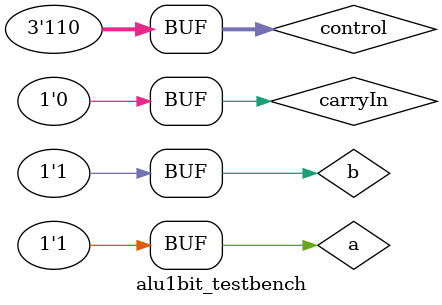
<source format=sv>
/*********************************************** 
Nguyen Lai
Winter 2018
CSE 469

This is 1 bit ALU unit
to perform arithmetic and logical operation

Input: 1 bit, 3 bit control line
Output: 1 bit based on the following operation:

// cntrl			Operation						Notes:
// 000:			result = B						value of overflow and carry_out unimportant
// 010:			result = A + B
// 011:			result = A - B
// 100:			result = bitwise A & B		value of overflow and carry_out unimportant
// 101:			result = bitwise A | B		value of overflow and carry_out unimportant
// 110:			result = bitwise A XOR B	value of overflow and carry_out unimportant

	
************************************************/
`timescale 1ns/10ps
module alu1bit(a, b, carryIn, carryOut, control, result);
	// Define input, outputs 
	input logic a, b, carryIn;
	input logic [2:0] control;
	output logic result;
	output logic carryOut;
	parameter DELAY = 0.05;
	
	logic [7:0] intoMux;
	logic sum, notB;
	logic intoAdder;
	
	// Perform Logical Operation
	and #DELAY theAndGate (intoMux[4], a, b);
	or  #DELAY theOrGate  (intoMux[5],  a, b);
	xor #DELAY theXorGate (intoMux[6], a, b);
	
	// Perform (a + b) or (a + ~b) 
	not #DELAY theInvertor (notB, b);
	mux_2to1 theMux1 (.select(control[0]), .a(b), .b(notB), .y(intoAdder));
	
	fulladder theAdder(.a, .b(intoAdder), .carryIn, .carryOut(carryOut), .sum(sum));
	
	// When control = 0, output b
	assign intoMux[0] = b;
	
	// Assign sum to intoMux[2] and intoMux[3]
	// intoMux[2] and intoMux[3] will have same result but we only care about one result so that doesn't matter
	assign intoMux[3] = sum;
	assign intoMux[2] = sum;
	
	// Select which results to output
	mux_8to1 theMux2 (.select(control[2:0]), .in(intoMux[7:0]), .out(result));
	
endmodule

module alu1bit_testbench();
	logic a, b, carryIn;
	logic [2:0] control;
	logic result;
	logic carryOut;
	
	alu1bit dut(.a, .b, .carryIn, .carryOut, .control, .result);
	
	initial begin
	a = 0; b = 0; carryIn = 0; control = 3'b000; #10;
										control = 3'b010; #10;
										control = 3'b011; #10;
										control = 3'b100; #10;
										control = 3'b101; #10;
										control = 3'b110; #10;
	
	a = 0; b = 1; carryIn = 0; control = 3'b000; #10;
										control = 3'b010; #10;
										control = 3'b011; #10;
										control = 3'b100; #10;
										control = 3'b101; #10;
										control = 3'b110; #10;
	
	a = 1; b = 0; carryIn = 0; control = 3'b000; #10;
										control = 3'b010; #10;
										control = 3'b011; #10;
										control = 3'b100; #10;
										control = 3'b101; #10;
										control = 3'b110; #10;
										
	
	a = 1; b = 1; carryIn = 0; control = 3'b000; #10;
										control = 3'b010; #10;
										control = 3'b011; #10;
										control = 3'b100; #10;
										control = 3'b101; #10;
										control = 3'b110; #10;
	end
endmodule


</source>
